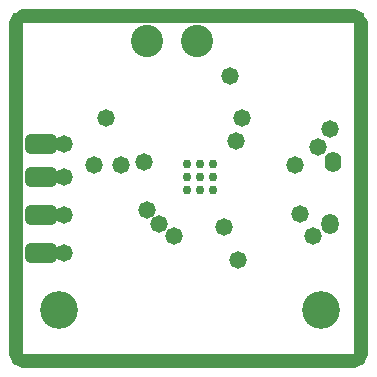
<source format=gbs>
G04*
G04 #@! TF.GenerationSoftware,Altium Limited,Altium Designer,22.2.1 (43)*
G04*
G04 Layer_Color=16711935*
%FSLAX25Y25*%
%MOIN*%
G70*
G04*
G04 #@! TF.SameCoordinates,A0B6180B-CB23-4C68-ABD7-9AFF8C43F20D*
G04*
G04*
G04 #@! TF.FilePolarity,Negative*
G04*
G01*
G75*
%ADD13C,0.04724*%
%ADD45C,0.10737*%
%ADD46O,0.05619X0.06800*%
%ADD47O,0.05682X0.06800*%
G04:AMPARAMS|DCode=48|XSize=107.37mil|YSize=68mil|CornerRadius=19mil|HoleSize=0mil|Usage=FLASHONLY|Rotation=0.000|XOffset=0mil|YOffset=0mil|HoleType=Round|Shape=RoundedRectangle|*
%AMROUNDEDRECTD48*
21,1,0.10737,0.03000,0,0,0.0*
21,1,0.06937,0.06800,0,0,0.0*
1,1,0.03800,0.03469,-0.01500*
1,1,0.03800,-0.03469,-0.01500*
1,1,0.03800,-0.03469,0.01500*
1,1,0.03800,0.03469,0.01500*
%
%ADD48ROUNDEDRECTD48*%
%ADD49C,0.05800*%
%ADD50C,0.12611*%
%ADD51C,0.02965*%
D13*
X112599Y110236D02*
G03*
X110236Y112599I-2362J0D01*
G01*
X112599Y110236D02*
G03*
X110236Y112599I-2362J0D01*
G01*
Y-2362D02*
G03*
X112599Y0I0J2362D01*
G01*
X110236Y-2362D02*
G03*
X112599Y0I0J2362D01*
G01*
X0Y112599D02*
G03*
X-2362Y110236I0J-2362D01*
G01*
X0Y112599D02*
G03*
X-2362Y110236I0J-2362D01*
G01*
Y0D02*
G03*
X0Y-2362I2362J0D01*
G01*
X-2362Y0D02*
G03*
X0Y-2362I2362J0D01*
G01*
X112599Y0D02*
Y110236D01*
X0Y112599D02*
X110236D01*
X0Y-2362D02*
X110236D01*
X-2362Y0D02*
Y110236D01*
D45*
X41339Y104331D02*
D03*
X58071D02*
D03*
D46*
X103346Y63976D02*
D03*
D47*
X102362Y43307D02*
D03*
D48*
X5906Y33465D02*
D03*
Y46260D02*
D03*
Y59055D02*
D03*
Y69882D02*
D03*
D49*
X98425Y68898D02*
D03*
X32480Y62992D02*
D03*
X90643D02*
D03*
X40354Y63976D02*
D03*
X41300Y47800D02*
D03*
X71500Y31400D02*
D03*
X50197Y39370D02*
D03*
X70866Y71083D02*
D03*
X68898Y92520D02*
D03*
X45276Y43307D02*
D03*
X102362Y74803D02*
D03*
X23622Y62992D02*
D03*
X27559Y78740D02*
D03*
X72835D02*
D03*
X13780Y33465D02*
D03*
X96457Y39370D02*
D03*
X13780Y46260D02*
D03*
X66929Y42323D02*
D03*
X13780Y59055D02*
D03*
X92293Y46487D02*
D03*
X13780Y69882D02*
D03*
D50*
X99409Y14764D02*
D03*
X11811D02*
D03*
D51*
X63386Y63386D02*
D03*
Y59055D02*
D03*
Y54724D02*
D03*
X59055Y63386D02*
D03*
Y59055D02*
D03*
Y54724D02*
D03*
X54724Y63386D02*
D03*
Y59055D02*
D03*
Y54724D02*
D03*
M02*

</source>
